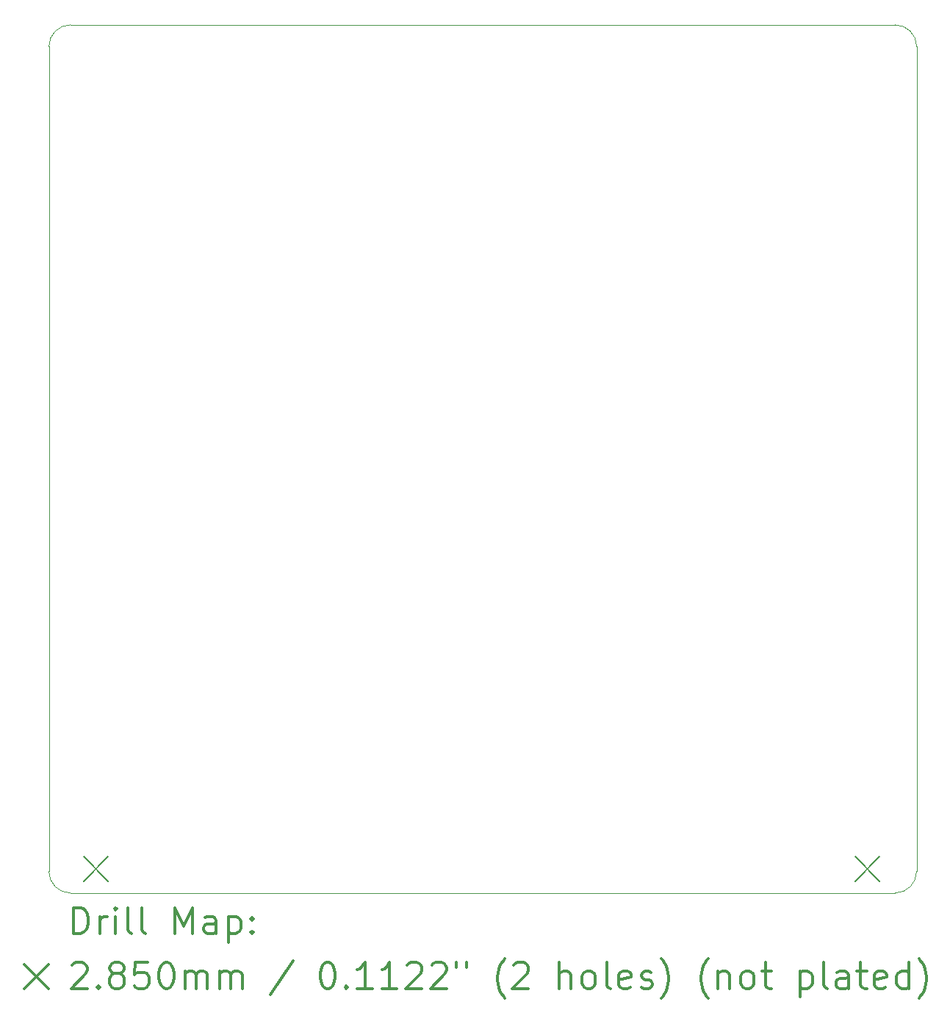
<source format=gbr>
%FSLAX45Y45*%
G04 Gerber Fmt 4.5, Leading zero omitted, Abs format (unit mm)*
G04 Created by KiCad (PCBNEW (5.1.10)-1) date 2021-08-18 14:19:00*
%MOMM*%
%LPD*%
G01*
G04 APERTURE LIST*
%TA.AperFunction,Profile*%
%ADD10C,0.050000*%
%TD*%
%ADD11C,0.200000*%
%ADD12C,0.300000*%
G04 APERTURE END LIST*
D10*
X10250000Y-4500000D02*
X19750000Y-4500000D01*
X10000000Y-14250000D02*
X10000000Y-4750000D01*
X19750000Y-14500000D02*
X10250000Y-14500000D01*
X20000000Y-4750000D02*
X20000000Y-14250000D01*
X10000000Y-4750000D02*
G75*
G02*
X10250000Y-4500000I250000J0D01*
G01*
X19750000Y-4500000D02*
G75*
G02*
X20000000Y-4750000I0J-250000D01*
G01*
X20000000Y-14250000D02*
G75*
G02*
X19750000Y-14500000I-250000J0D01*
G01*
X10250000Y-14500000D02*
G75*
G02*
X10000000Y-14250000I0J250000D01*
G01*
D11*
X10397900Y-14078700D02*
X10682900Y-14363700D01*
X10682900Y-14078700D02*
X10397900Y-14363700D01*
X19287900Y-14078700D02*
X19572900Y-14363700D01*
X19572900Y-14078700D02*
X19287900Y-14363700D01*
D12*
X10283928Y-14968214D02*
X10283928Y-14668214D01*
X10355357Y-14668214D01*
X10398214Y-14682500D01*
X10426786Y-14711071D01*
X10441071Y-14739643D01*
X10455357Y-14796786D01*
X10455357Y-14839643D01*
X10441071Y-14896786D01*
X10426786Y-14925357D01*
X10398214Y-14953929D01*
X10355357Y-14968214D01*
X10283928Y-14968214D01*
X10583928Y-14968214D02*
X10583928Y-14768214D01*
X10583928Y-14825357D02*
X10598214Y-14796786D01*
X10612500Y-14782500D01*
X10641071Y-14768214D01*
X10669643Y-14768214D01*
X10769643Y-14968214D02*
X10769643Y-14768214D01*
X10769643Y-14668214D02*
X10755357Y-14682500D01*
X10769643Y-14696786D01*
X10783928Y-14682500D01*
X10769643Y-14668214D01*
X10769643Y-14696786D01*
X10955357Y-14968214D02*
X10926786Y-14953929D01*
X10912500Y-14925357D01*
X10912500Y-14668214D01*
X11112500Y-14968214D02*
X11083928Y-14953929D01*
X11069643Y-14925357D01*
X11069643Y-14668214D01*
X11455357Y-14968214D02*
X11455357Y-14668214D01*
X11555357Y-14882500D01*
X11655357Y-14668214D01*
X11655357Y-14968214D01*
X11926786Y-14968214D02*
X11926786Y-14811071D01*
X11912500Y-14782500D01*
X11883928Y-14768214D01*
X11826786Y-14768214D01*
X11798214Y-14782500D01*
X11926786Y-14953929D02*
X11898214Y-14968214D01*
X11826786Y-14968214D01*
X11798214Y-14953929D01*
X11783928Y-14925357D01*
X11783928Y-14896786D01*
X11798214Y-14868214D01*
X11826786Y-14853929D01*
X11898214Y-14853929D01*
X11926786Y-14839643D01*
X12069643Y-14768214D02*
X12069643Y-15068214D01*
X12069643Y-14782500D02*
X12098214Y-14768214D01*
X12155357Y-14768214D01*
X12183928Y-14782500D01*
X12198214Y-14796786D01*
X12212500Y-14825357D01*
X12212500Y-14911071D01*
X12198214Y-14939643D01*
X12183928Y-14953929D01*
X12155357Y-14968214D01*
X12098214Y-14968214D01*
X12069643Y-14953929D01*
X12341071Y-14939643D02*
X12355357Y-14953929D01*
X12341071Y-14968214D01*
X12326786Y-14953929D01*
X12341071Y-14939643D01*
X12341071Y-14968214D01*
X12341071Y-14782500D02*
X12355357Y-14796786D01*
X12341071Y-14811071D01*
X12326786Y-14796786D01*
X12341071Y-14782500D01*
X12341071Y-14811071D01*
X9712500Y-15320000D02*
X9997500Y-15605000D01*
X9997500Y-15320000D02*
X9712500Y-15605000D01*
X10269643Y-15326786D02*
X10283928Y-15312500D01*
X10312500Y-15298214D01*
X10383928Y-15298214D01*
X10412500Y-15312500D01*
X10426786Y-15326786D01*
X10441071Y-15355357D01*
X10441071Y-15383929D01*
X10426786Y-15426786D01*
X10255357Y-15598214D01*
X10441071Y-15598214D01*
X10569643Y-15569643D02*
X10583928Y-15583929D01*
X10569643Y-15598214D01*
X10555357Y-15583929D01*
X10569643Y-15569643D01*
X10569643Y-15598214D01*
X10755357Y-15426786D02*
X10726786Y-15412500D01*
X10712500Y-15398214D01*
X10698214Y-15369643D01*
X10698214Y-15355357D01*
X10712500Y-15326786D01*
X10726786Y-15312500D01*
X10755357Y-15298214D01*
X10812500Y-15298214D01*
X10841071Y-15312500D01*
X10855357Y-15326786D01*
X10869643Y-15355357D01*
X10869643Y-15369643D01*
X10855357Y-15398214D01*
X10841071Y-15412500D01*
X10812500Y-15426786D01*
X10755357Y-15426786D01*
X10726786Y-15441071D01*
X10712500Y-15455357D01*
X10698214Y-15483929D01*
X10698214Y-15541071D01*
X10712500Y-15569643D01*
X10726786Y-15583929D01*
X10755357Y-15598214D01*
X10812500Y-15598214D01*
X10841071Y-15583929D01*
X10855357Y-15569643D01*
X10869643Y-15541071D01*
X10869643Y-15483929D01*
X10855357Y-15455357D01*
X10841071Y-15441071D01*
X10812500Y-15426786D01*
X11141071Y-15298214D02*
X10998214Y-15298214D01*
X10983928Y-15441071D01*
X10998214Y-15426786D01*
X11026786Y-15412500D01*
X11098214Y-15412500D01*
X11126786Y-15426786D01*
X11141071Y-15441071D01*
X11155357Y-15469643D01*
X11155357Y-15541071D01*
X11141071Y-15569643D01*
X11126786Y-15583929D01*
X11098214Y-15598214D01*
X11026786Y-15598214D01*
X10998214Y-15583929D01*
X10983928Y-15569643D01*
X11341071Y-15298214D02*
X11369643Y-15298214D01*
X11398214Y-15312500D01*
X11412500Y-15326786D01*
X11426786Y-15355357D01*
X11441071Y-15412500D01*
X11441071Y-15483929D01*
X11426786Y-15541071D01*
X11412500Y-15569643D01*
X11398214Y-15583929D01*
X11369643Y-15598214D01*
X11341071Y-15598214D01*
X11312500Y-15583929D01*
X11298214Y-15569643D01*
X11283928Y-15541071D01*
X11269643Y-15483929D01*
X11269643Y-15412500D01*
X11283928Y-15355357D01*
X11298214Y-15326786D01*
X11312500Y-15312500D01*
X11341071Y-15298214D01*
X11569643Y-15598214D02*
X11569643Y-15398214D01*
X11569643Y-15426786D02*
X11583928Y-15412500D01*
X11612500Y-15398214D01*
X11655357Y-15398214D01*
X11683928Y-15412500D01*
X11698214Y-15441071D01*
X11698214Y-15598214D01*
X11698214Y-15441071D02*
X11712500Y-15412500D01*
X11741071Y-15398214D01*
X11783928Y-15398214D01*
X11812500Y-15412500D01*
X11826786Y-15441071D01*
X11826786Y-15598214D01*
X11969643Y-15598214D02*
X11969643Y-15398214D01*
X11969643Y-15426786D02*
X11983928Y-15412500D01*
X12012500Y-15398214D01*
X12055357Y-15398214D01*
X12083928Y-15412500D01*
X12098214Y-15441071D01*
X12098214Y-15598214D01*
X12098214Y-15441071D02*
X12112500Y-15412500D01*
X12141071Y-15398214D01*
X12183928Y-15398214D01*
X12212500Y-15412500D01*
X12226786Y-15441071D01*
X12226786Y-15598214D01*
X12812500Y-15283929D02*
X12555357Y-15669643D01*
X13198214Y-15298214D02*
X13226786Y-15298214D01*
X13255357Y-15312500D01*
X13269643Y-15326786D01*
X13283928Y-15355357D01*
X13298214Y-15412500D01*
X13298214Y-15483929D01*
X13283928Y-15541071D01*
X13269643Y-15569643D01*
X13255357Y-15583929D01*
X13226786Y-15598214D01*
X13198214Y-15598214D01*
X13169643Y-15583929D01*
X13155357Y-15569643D01*
X13141071Y-15541071D01*
X13126786Y-15483929D01*
X13126786Y-15412500D01*
X13141071Y-15355357D01*
X13155357Y-15326786D01*
X13169643Y-15312500D01*
X13198214Y-15298214D01*
X13426786Y-15569643D02*
X13441071Y-15583929D01*
X13426786Y-15598214D01*
X13412500Y-15583929D01*
X13426786Y-15569643D01*
X13426786Y-15598214D01*
X13726786Y-15598214D02*
X13555357Y-15598214D01*
X13641071Y-15598214D02*
X13641071Y-15298214D01*
X13612500Y-15341071D01*
X13583928Y-15369643D01*
X13555357Y-15383929D01*
X14012500Y-15598214D02*
X13841071Y-15598214D01*
X13926786Y-15598214D02*
X13926786Y-15298214D01*
X13898214Y-15341071D01*
X13869643Y-15369643D01*
X13841071Y-15383929D01*
X14126786Y-15326786D02*
X14141071Y-15312500D01*
X14169643Y-15298214D01*
X14241071Y-15298214D01*
X14269643Y-15312500D01*
X14283928Y-15326786D01*
X14298214Y-15355357D01*
X14298214Y-15383929D01*
X14283928Y-15426786D01*
X14112500Y-15598214D01*
X14298214Y-15598214D01*
X14412500Y-15326786D02*
X14426786Y-15312500D01*
X14455357Y-15298214D01*
X14526786Y-15298214D01*
X14555357Y-15312500D01*
X14569643Y-15326786D01*
X14583928Y-15355357D01*
X14583928Y-15383929D01*
X14569643Y-15426786D01*
X14398214Y-15598214D01*
X14583928Y-15598214D01*
X14698214Y-15298214D02*
X14698214Y-15355357D01*
X14812500Y-15298214D02*
X14812500Y-15355357D01*
X15255357Y-15712500D02*
X15241071Y-15698214D01*
X15212500Y-15655357D01*
X15198214Y-15626786D01*
X15183928Y-15583929D01*
X15169643Y-15512500D01*
X15169643Y-15455357D01*
X15183928Y-15383929D01*
X15198214Y-15341071D01*
X15212500Y-15312500D01*
X15241071Y-15269643D01*
X15255357Y-15255357D01*
X15355357Y-15326786D02*
X15369643Y-15312500D01*
X15398214Y-15298214D01*
X15469643Y-15298214D01*
X15498214Y-15312500D01*
X15512500Y-15326786D01*
X15526786Y-15355357D01*
X15526786Y-15383929D01*
X15512500Y-15426786D01*
X15341071Y-15598214D01*
X15526786Y-15598214D01*
X15883928Y-15598214D02*
X15883928Y-15298214D01*
X16012500Y-15598214D02*
X16012500Y-15441071D01*
X15998214Y-15412500D01*
X15969643Y-15398214D01*
X15926786Y-15398214D01*
X15898214Y-15412500D01*
X15883928Y-15426786D01*
X16198214Y-15598214D02*
X16169643Y-15583929D01*
X16155357Y-15569643D01*
X16141071Y-15541071D01*
X16141071Y-15455357D01*
X16155357Y-15426786D01*
X16169643Y-15412500D01*
X16198214Y-15398214D01*
X16241071Y-15398214D01*
X16269643Y-15412500D01*
X16283928Y-15426786D01*
X16298214Y-15455357D01*
X16298214Y-15541071D01*
X16283928Y-15569643D01*
X16269643Y-15583929D01*
X16241071Y-15598214D01*
X16198214Y-15598214D01*
X16469643Y-15598214D02*
X16441071Y-15583929D01*
X16426786Y-15555357D01*
X16426786Y-15298214D01*
X16698214Y-15583929D02*
X16669643Y-15598214D01*
X16612500Y-15598214D01*
X16583928Y-15583929D01*
X16569643Y-15555357D01*
X16569643Y-15441071D01*
X16583928Y-15412500D01*
X16612500Y-15398214D01*
X16669643Y-15398214D01*
X16698214Y-15412500D01*
X16712500Y-15441071D01*
X16712500Y-15469643D01*
X16569643Y-15498214D01*
X16826786Y-15583929D02*
X16855357Y-15598214D01*
X16912500Y-15598214D01*
X16941071Y-15583929D01*
X16955357Y-15555357D01*
X16955357Y-15541071D01*
X16941071Y-15512500D01*
X16912500Y-15498214D01*
X16869643Y-15498214D01*
X16841071Y-15483929D01*
X16826786Y-15455357D01*
X16826786Y-15441071D01*
X16841071Y-15412500D01*
X16869643Y-15398214D01*
X16912500Y-15398214D01*
X16941071Y-15412500D01*
X17055357Y-15712500D02*
X17069643Y-15698214D01*
X17098214Y-15655357D01*
X17112500Y-15626786D01*
X17126786Y-15583929D01*
X17141071Y-15512500D01*
X17141071Y-15455357D01*
X17126786Y-15383929D01*
X17112500Y-15341071D01*
X17098214Y-15312500D01*
X17069643Y-15269643D01*
X17055357Y-15255357D01*
X17598214Y-15712500D02*
X17583928Y-15698214D01*
X17555357Y-15655357D01*
X17541071Y-15626786D01*
X17526786Y-15583929D01*
X17512500Y-15512500D01*
X17512500Y-15455357D01*
X17526786Y-15383929D01*
X17541071Y-15341071D01*
X17555357Y-15312500D01*
X17583928Y-15269643D01*
X17598214Y-15255357D01*
X17712500Y-15398214D02*
X17712500Y-15598214D01*
X17712500Y-15426786D02*
X17726786Y-15412500D01*
X17755357Y-15398214D01*
X17798214Y-15398214D01*
X17826786Y-15412500D01*
X17841071Y-15441071D01*
X17841071Y-15598214D01*
X18026786Y-15598214D02*
X17998214Y-15583929D01*
X17983928Y-15569643D01*
X17969643Y-15541071D01*
X17969643Y-15455357D01*
X17983928Y-15426786D01*
X17998214Y-15412500D01*
X18026786Y-15398214D01*
X18069643Y-15398214D01*
X18098214Y-15412500D01*
X18112500Y-15426786D01*
X18126786Y-15455357D01*
X18126786Y-15541071D01*
X18112500Y-15569643D01*
X18098214Y-15583929D01*
X18069643Y-15598214D01*
X18026786Y-15598214D01*
X18212500Y-15398214D02*
X18326786Y-15398214D01*
X18255357Y-15298214D02*
X18255357Y-15555357D01*
X18269643Y-15583929D01*
X18298214Y-15598214D01*
X18326786Y-15598214D01*
X18655357Y-15398214D02*
X18655357Y-15698214D01*
X18655357Y-15412500D02*
X18683928Y-15398214D01*
X18741071Y-15398214D01*
X18769643Y-15412500D01*
X18783928Y-15426786D01*
X18798214Y-15455357D01*
X18798214Y-15541071D01*
X18783928Y-15569643D01*
X18769643Y-15583929D01*
X18741071Y-15598214D01*
X18683928Y-15598214D01*
X18655357Y-15583929D01*
X18969643Y-15598214D02*
X18941071Y-15583929D01*
X18926786Y-15555357D01*
X18926786Y-15298214D01*
X19212500Y-15598214D02*
X19212500Y-15441071D01*
X19198214Y-15412500D01*
X19169643Y-15398214D01*
X19112500Y-15398214D01*
X19083928Y-15412500D01*
X19212500Y-15583929D02*
X19183928Y-15598214D01*
X19112500Y-15598214D01*
X19083928Y-15583929D01*
X19069643Y-15555357D01*
X19069643Y-15526786D01*
X19083928Y-15498214D01*
X19112500Y-15483929D01*
X19183928Y-15483929D01*
X19212500Y-15469643D01*
X19312500Y-15398214D02*
X19426786Y-15398214D01*
X19355357Y-15298214D02*
X19355357Y-15555357D01*
X19369643Y-15583929D01*
X19398214Y-15598214D01*
X19426786Y-15598214D01*
X19641071Y-15583929D02*
X19612500Y-15598214D01*
X19555357Y-15598214D01*
X19526786Y-15583929D01*
X19512500Y-15555357D01*
X19512500Y-15441071D01*
X19526786Y-15412500D01*
X19555357Y-15398214D01*
X19612500Y-15398214D01*
X19641071Y-15412500D01*
X19655357Y-15441071D01*
X19655357Y-15469643D01*
X19512500Y-15498214D01*
X19912500Y-15598214D02*
X19912500Y-15298214D01*
X19912500Y-15583929D02*
X19883928Y-15598214D01*
X19826786Y-15598214D01*
X19798214Y-15583929D01*
X19783928Y-15569643D01*
X19769643Y-15541071D01*
X19769643Y-15455357D01*
X19783928Y-15426786D01*
X19798214Y-15412500D01*
X19826786Y-15398214D01*
X19883928Y-15398214D01*
X19912500Y-15412500D01*
X20026786Y-15712500D02*
X20041071Y-15698214D01*
X20069643Y-15655357D01*
X20083928Y-15626786D01*
X20098214Y-15583929D01*
X20112500Y-15512500D01*
X20112500Y-15455357D01*
X20098214Y-15383929D01*
X20083928Y-15341071D01*
X20069643Y-15312500D01*
X20041071Y-15269643D01*
X20026786Y-15255357D01*
M02*

</source>
